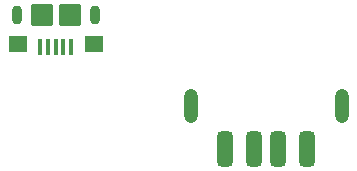
<source format=gbr>
%TF.GenerationSoftware,KiCad,Pcbnew,9.0.2-2.fc42*%
%TF.CreationDate,2025-07-03T10:40:53+12:00*%
%TF.ProjectId,smartclockpi,736d6172-7463-46c6-9f63-6b70692e6b69,rev?*%
%TF.SameCoordinates,Original*%
%TF.FileFunction,Paste,Top*%
%TF.FilePolarity,Positive*%
%FSLAX46Y46*%
G04 Gerber Fmt 4.6, Leading zero omitted, Abs format (unit mm)*
G04 Created by KiCad (PCBNEW 9.0.2-2.fc42) date 2025-07-03 10:40:53*
%MOMM*%
%LPD*%
G01*
G04 APERTURE LIST*
G04 Aperture macros list*
%AMRoundRect*
0 Rectangle with rounded corners*
0 $1 Rounding radius*
0 $2 $3 $4 $5 $6 $7 $8 $9 X,Y pos of 4 corners*
0 Add a 4 corners polygon primitive as box body*
4,1,4,$2,$3,$4,$5,$6,$7,$8,$9,$2,$3,0*
0 Add four circle primitives for the rounded corners*
1,1,$1+$1,$2,$3*
1,1,$1+$1,$4,$5*
1,1,$1+$1,$6,$7*
1,1,$1+$1,$8,$9*
0 Add four rect primitives between the rounded corners*
20,1,$1+$1,$2,$3,$4,$5,0*
20,1,$1+$1,$4,$5,$6,$7,0*
20,1,$1+$1,$6,$7,$8,$9,0*
20,1,$1+$1,$8,$9,$2,$3,0*%
G04 Aperture macros list end*
%ADD10O,1.200000X2.900000*%
%ADD11RoundRect,0.325000X0.325000X1.175000X-0.325000X1.175000X-0.325000X-1.175000X0.325000X-1.175000X0*%
%ADD12RoundRect,0.100000X0.100000X0.575000X-0.100000X0.575000X-0.100000X-0.575000X0.100000X-0.575000X0*%
%ADD13O,0.900000X1.600000*%
%ADD14RoundRect,0.250000X0.550000X0.450000X-0.550000X0.450000X-0.550000X-0.450000X0.550000X-0.450000X0*%
%ADD15RoundRect,0.250000X0.700000X0.700000X-0.700000X0.700000X-0.700000X-0.700000X0.700000X-0.700000X0*%
G04 APERTURE END LIST*
D10*
%TO.C,J6*%
X132511000Y-78505400D03*
X119711000Y-78505400D03*
D11*
X129611000Y-82205400D03*
X127111000Y-82205400D03*
X125111000Y-82205400D03*
X122611000Y-82205400D03*
%TD*%
D12*
%TO.C,J5*%
X109600000Y-73554800D03*
X108950000Y-73554800D03*
X108300000Y-73554800D03*
X107650000Y-73554800D03*
X107000000Y-73554800D03*
D13*
X111600000Y-70879800D03*
D14*
X111500000Y-73329800D03*
D15*
X109500000Y-70879800D03*
X107100000Y-70879800D03*
D14*
X105100000Y-73329800D03*
D13*
X105000000Y-70879800D03*
%TD*%
M02*

</source>
